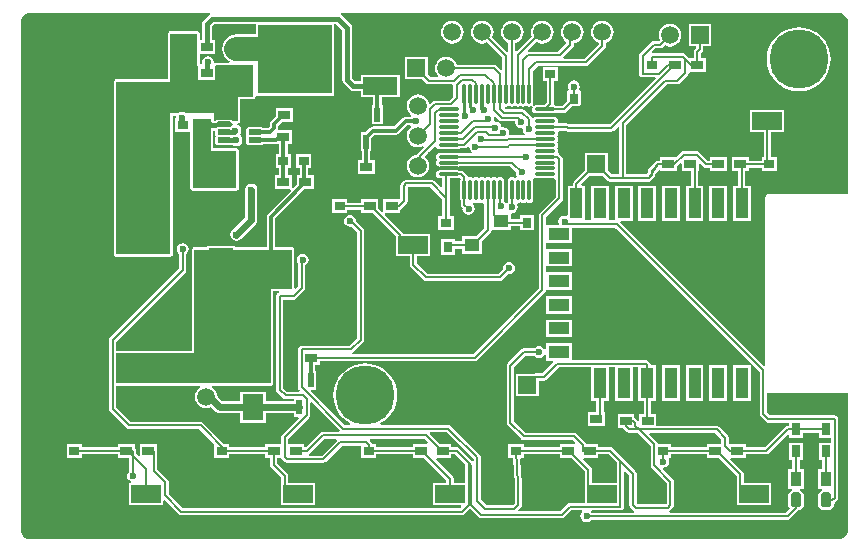
<source format=gtl>
G04*
G04 #@! TF.GenerationSoftware,Altium Limited,Altium Designer,20.0.13 (296)*
G04*
G04 Layer_Physical_Order=1*
G04 Layer_Color=255*
%FSLAX25Y25*%
%MOIN*%
G70*
G01*
G75*
%ADD12C,0.00787*%
%ADD14C,0.01000*%
%ADD21O,0.01100X0.07087*%
%ADD22O,0.07087X0.01100*%
%ADD23R,0.04000X0.03150*%
%ADD24R,0.03500X0.03000*%
%ADD25R,0.03000X0.03500*%
%ADD26R,0.06000X0.06000*%
%ADD27R,0.07087X0.04331*%
%ADD28R,0.04331X0.10236*%
%ADD29R,0.01968X0.04724*%
%ADD30R,0.06890X0.08661*%
%ADD31R,0.03150X0.04000*%
G04:AMPARAMS|DCode=32|XSize=50mil|YSize=35mil|CornerRadius=0mil|HoleSize=0mil|Usage=FLASHONLY|Rotation=270.000|XOffset=0mil|YOffset=0mil|HoleType=Round|Shape=Octagon|*
%AMOCTAGOND32*
4,1,8,-0.00875,-0.02500,0.00875,-0.02500,0.01750,-0.01625,0.01750,0.01625,0.00875,0.02500,-0.00875,0.02500,-0.01750,0.01625,-0.01750,-0.01625,-0.00875,-0.02500,0.0*
%
%ADD32OCTAGOND32*%

%ADD33R,0.03500X0.05000*%
%ADD34R,0.05118X0.04331*%
%ADD35R,0.09843X0.05906*%
%ADD36R,0.24500X0.23000*%
%ADD37R,0.11000X0.06000*%
%ADD38R,0.11500X0.06000*%
%ADD39O,0.14961X0.05118*%
%ADD40R,0.14961X0.05118*%
G04:AMPARAMS|DCode=41|XSize=43.31mil|YSize=17.72mil|CornerRadius=2.22mil|HoleSize=0mil|Usage=FLASHONLY|Rotation=180.000|XOffset=0mil|YOffset=0mil|HoleType=Round|Shape=RoundedRectangle|*
%AMROUNDEDRECTD41*
21,1,0.04331,0.01329,0,0,180.0*
21,1,0.03888,0.01772,0,0,180.0*
1,1,0.00443,-0.01944,0.00664*
1,1,0.00443,0.01944,0.00664*
1,1,0.00443,0.01944,-0.00664*
1,1,0.00443,-0.01944,-0.00664*
%
%ADD41ROUNDEDRECTD41*%
%ADD42R,0.07874X0.07874*%
%ADD72C,0.02362*%
%ADD73C,0.01181*%
%ADD74C,0.01575*%
%ADD75C,0.07874*%
%ADD76R,0.05906X0.05906*%
%ADD77C,0.05906*%
%ADD78R,0.05906X0.05906*%
%ADD79R,0.03937X0.03000*%
%ADD80C,0.19685*%
%ADD81O,0.08000X0.18000*%
%ADD82O,0.18000X0.08000*%
%ADD83C,0.02362*%
G36*
X179463Y364765D02*
X173000D01*
X171767Y364603D01*
X170617Y364127D01*
X169631Y363369D01*
X168873Y362383D01*
X168397Y361233D01*
X168235Y360000D01*
X168397Y358767D01*
X168873Y357617D01*
X169631Y356630D01*
X170617Y355873D01*
X170787Y355803D01*
X170688Y355303D01*
X166380D01*
X166262Y355279D01*
X166142Y355267D01*
X165959Y355210D01*
X165621Y355427D01*
X165501Y355554D01*
X165493Y355572D01*
X165354Y356268D01*
X164919Y356919D01*
X164268Y357354D01*
X163500Y357507D01*
X162732Y357354D01*
X162081Y356919D01*
X161646Y356268D01*
X161493Y355500D01*
X161549Y355220D01*
X161124Y354794D01*
X161013Y354806D01*
X161011Y354809D01*
X160930Y354930D01*
X160920Y354937D01*
X160913Y354946D01*
X160803Y355016D01*
Y358138D01*
X165937D01*
Y362862D01*
X164756D01*
Y367485D01*
X165665Y368394D01*
X179463D01*
Y364765D01*
D02*
G37*
G36*
X160000Y354500D02*
X160363Y354362D01*
Y349638D01*
X165937D01*
Y354362D01*
X166380Y354500D01*
X178500D01*
Y344000D01*
X173500D01*
Y336000D01*
X171668D01*
X171553Y336171D01*
X171219Y336394D01*
X170826Y336473D01*
X166938D01*
X166544Y336394D01*
X166211Y336171D01*
X166096Y336000D01*
X165500D01*
Y338500D01*
X156298D01*
X155768Y338854D01*
X155000Y339007D01*
X154232Y338854D01*
X153702Y338500D01*
X151000D01*
Y291500D01*
X133000D01*
Y349000D01*
X151000D01*
Y365000D01*
X160000D01*
Y354500D01*
D02*
G37*
G36*
X373768Y371874D02*
X374572Y371768D01*
X375321Y371458D01*
X375964Y370964D01*
X376458Y370321D01*
X376768Y369572D01*
X376874Y368768D01*
X376876D01*
Y311624D01*
X350500D01*
X350070Y311538D01*
X349705Y311295D01*
X349462Y310930D01*
X349376Y310500D01*
Y254380D01*
X348914Y254189D01*
X301028Y302075D01*
X301235Y302575D01*
X305083D01*
Y314386D01*
X299177D01*
Y302804D01*
X297209D01*
Y314386D01*
X291303D01*
Y302804D01*
X289335D01*
Y314386D01*
X288243D01*
X288051Y314848D01*
X290915Y317712D01*
X295084D01*
X296748Y316049D01*
X296748Y316049D01*
X297139Y315787D01*
X297599Y315696D01*
X297599Y315696D01*
X310400D01*
X310400Y315696D01*
X310505Y315717D01*
X310613Y315715D01*
X310734Y315762D01*
X310861Y315787D01*
X310950Y315847D01*
X311050Y315886D01*
X311144Y315976D01*
X311251Y316049D01*
X312351Y317148D01*
X312351Y317148D01*
X312613Y317539D01*
X312704Y318000D01*
Y318104D01*
X313736Y319586D01*
X314213Y319436D01*
Y319138D01*
X319787D01*
Y320606D01*
X319851Y320649D01*
X321051Y321848D01*
X321513Y321656D01*
Y319138D01*
X324548D01*
Y314386D01*
X322799D01*
Y302575D01*
X328705D01*
Y314386D01*
X326956D01*
Y319138D01*
X327087D01*
Y321656D01*
X327549Y321848D01*
X328748Y320649D01*
X328748Y320649D01*
X329139Y320387D01*
X329600Y320296D01*
X330913D01*
Y319138D01*
X336487D01*
Y323862D01*
X330913D01*
Y322704D01*
X330099D01*
X327252Y325552D01*
X326861Y325813D01*
X326400Y325904D01*
X326400Y325904D01*
X322200D01*
X321739Y325813D01*
X321349Y325552D01*
X321349Y325552D01*
X319659Y323862D01*
X314213D01*
Y322704D01*
X313600D01*
X313600Y322704D01*
X313495Y322683D01*
X313387Y322685D01*
X313266Y322638D01*
X313139Y322613D01*
X313050Y322553D01*
X312950Y322514D01*
X312856Y322424D01*
X312749Y322352D01*
X310648Y320251D01*
X310387Y319861D01*
X310296Y319400D01*
X310296Y319400D01*
Y318859D01*
X309771Y318104D01*
X303004D01*
Y334649D01*
X316551Y348196D01*
X320000D01*
X320000Y348196D01*
X320461Y348287D01*
X320851Y348549D01*
X323451Y351149D01*
X323451Y351149D01*
X323713Y351539D01*
X323742Y351688D01*
X323828Y352007D01*
X324268Y352138D01*
X329437D01*
Y356862D01*
X327854D01*
Y358501D01*
X328351Y358998D01*
X328613Y359389D01*
X328704Y359850D01*
Y360760D01*
X331240D01*
Y368240D01*
X323760D01*
Y360760D01*
X326081D01*
X326207Y360260D01*
X325799Y359852D01*
X325537Y359461D01*
X325446Y359000D01*
X325446Y359000D01*
Y356862D01*
X323941D01*
X322652Y358152D01*
X322261Y358413D01*
X321800Y358504D01*
X321800Y358504D01*
X311814D01*
X311607Y359004D01*
X312699Y360096D01*
X314300D01*
X314300Y360096D01*
X314761Y360187D01*
X315152Y360449D01*
X315842Y361139D01*
X316524Y360856D01*
X317500Y360728D01*
X318476Y360856D01*
X319386Y361233D01*
X320167Y361832D01*
X320767Y362614D01*
X321144Y363524D01*
X321272Y364500D01*
X321144Y365476D01*
X320767Y366386D01*
X320167Y367167D01*
X319386Y367767D01*
X318476Y368144D01*
X317500Y368272D01*
X316524Y368144D01*
X315614Y367767D01*
X314832Y367167D01*
X314233Y366386D01*
X313856Y365476D01*
X313728Y364500D01*
X313856Y363524D01*
X314139Y362842D01*
X313801Y362504D01*
X312200D01*
X312200Y362504D01*
X311739Y362413D01*
X311349Y362152D01*
X307648Y358452D01*
X307387Y358061D01*
X307296Y357600D01*
X307296Y357600D01*
Y351700D01*
X307387Y351239D01*
X307648Y350849D01*
X308039Y350587D01*
X308500Y350496D01*
X312564D01*
X312756Y350034D01*
X297495Y334773D01*
X283987D01*
X283664Y334989D01*
X283203Y335081D01*
X283203Y335081D01*
X280550D01*
X280208Y335581D01*
X280260Y335845D01*
X280156Y336367D01*
X279861Y336809D01*
X279418Y337105D01*
X278896Y337208D01*
X272910D01*
X272388Y337105D01*
X272128Y336931D01*
X271974Y336940D01*
X271600Y337039D01*
X271529Y337086D01*
X271352Y337351D01*
X269238Y339465D01*
X268847Y339726D01*
X268386Y339818D01*
X268386Y339818D01*
X262730D01*
X262381Y340222D01*
X262477Y340652D01*
X262547Y340696D01*
X262811Y340643D01*
X263333Y340747D01*
X263775Y341042D01*
X263815D01*
X264258Y340747D01*
X264780Y340643D01*
X265301Y340747D01*
X265356Y340783D01*
X265764Y341030D01*
X266172Y340783D01*
X266226Y340747D01*
X266748Y340643D01*
X267270Y340747D01*
X267324Y340783D01*
X267732Y341030D01*
X268140Y340783D01*
X268195Y340747D01*
X268717Y340643D01*
X269238Y340747D01*
X269293Y340783D01*
X269701Y341030D01*
X270109Y340783D01*
X270163Y340747D01*
X270685Y340643D01*
X271207Y340747D01*
X271421Y340890D01*
X271456Y340914D01*
X271817Y340553D01*
X271793Y340518D01*
X271650Y340304D01*
X271546Y339782D01*
X271650Y339260D01*
X271946Y338818D01*
X272388Y338522D01*
X272910Y338418D01*
X278896D01*
X279418Y338522D01*
X279502Y338578D01*
X282200D01*
X282200Y338578D01*
X282661Y338669D01*
X283051Y338930D01*
X284984Y340863D01*
X287787D01*
Y345937D01*
X287492D01*
X287224Y346437D01*
X287354Y346632D01*
X287507Y347400D01*
X287354Y348168D01*
X286919Y348819D01*
X286268Y349254D01*
X285500Y349407D01*
X284732Y349254D01*
X284081Y348819D01*
X283646Y348168D01*
X283493Y347400D01*
X283646Y346632D01*
X283776Y346437D01*
X283508Y345937D01*
X283213D01*
Y342497D01*
X281701Y340986D01*
X279502D01*
X279418Y341042D01*
X279234Y341078D01*
X278804Y341479D01*
X278804Y341479D01*
Y349213D01*
X280137D01*
Y353787D01*
X275063D01*
Y349213D01*
X276396D01*
Y341977D01*
X275564Y341145D01*
X272910D01*
X272388Y341042D01*
X272174Y340898D01*
X272139Y340875D01*
X271778Y341235D01*
X271802Y341271D01*
X271945Y341485D01*
X272049Y342007D01*
Y347993D01*
X271945Y348515D01*
X271889Y348598D01*
Y352686D01*
X273499Y354296D01*
X289500D01*
X289500Y354296D01*
X289961Y354387D01*
X290352Y354648D01*
X295851Y360149D01*
X295851Y360149D01*
X296113Y360539D01*
X296204Y361000D01*
Y361950D01*
X296886Y362233D01*
X297668Y362832D01*
X298267Y363614D01*
X298644Y364524D01*
X298772Y365500D01*
X298644Y366476D01*
X298267Y367386D01*
X297668Y368167D01*
X296886Y368767D01*
X295976Y369144D01*
X295000Y369272D01*
X294024Y369144D01*
X293114Y368767D01*
X292333Y368167D01*
X291733Y367386D01*
X291356Y366476D01*
X291228Y365500D01*
X291356Y364524D01*
X291733Y363614D01*
X292333Y362832D01*
X293114Y362233D01*
X293737Y361975D01*
X293786Y361489D01*
X289001Y356704D01*
X282114D01*
X281907Y357204D01*
X285218Y360515D01*
X285479Y360905D01*
X285570Y361366D01*
X285675Y361816D01*
X285976Y361856D01*
X286886Y362233D01*
X287667Y362832D01*
X288267Y363614D01*
X288644Y364524D01*
X288772Y365500D01*
X288644Y366476D01*
X288267Y367386D01*
X287667Y368167D01*
X286886Y368767D01*
X285976Y369144D01*
X285000Y369272D01*
X284024Y369144D01*
X283114Y368767D01*
X282332Y368167D01*
X281733Y367386D01*
X281356Y366476D01*
X281228Y365500D01*
X281356Y364524D01*
X281733Y363614D01*
X282332Y362832D01*
X283019Y362306D01*
X283059Y361833D01*
X283048Y361751D01*
X280251Y358954D01*
X270364D01*
X270192Y359229D01*
X270146Y359443D01*
X273013Y362310D01*
X273114Y362233D01*
X274024Y361856D01*
X275000Y361728D01*
X275976Y361856D01*
X276886Y362233D01*
X277667Y362832D01*
X278267Y363614D01*
X278644Y364524D01*
X278772Y365500D01*
X278644Y366476D01*
X278267Y367386D01*
X277667Y368167D01*
X276886Y368767D01*
X275976Y369144D01*
X275000Y369272D01*
X274024Y369144D01*
X273114Y368767D01*
X272333Y368167D01*
X271733Y367386D01*
X271356Y366476D01*
X271228Y365500D01*
X271356Y364524D01*
X271492Y364195D01*
X266506Y359209D01*
X266044Y359400D01*
Y361884D01*
X266886Y362233D01*
X267668Y362832D01*
X268267Y363614D01*
X268644Y364524D01*
X268772Y365500D01*
X268644Y366476D01*
X268267Y367386D01*
X267668Y368167D01*
X266886Y368767D01*
X265976Y369144D01*
X265000Y369272D01*
X264024Y369144D01*
X263114Y368767D01*
X262333Y368167D01*
X261733Y367386D01*
X261356Y366476D01*
X261228Y365500D01*
X261356Y364524D01*
X261733Y363614D01*
X262333Y362832D01*
X263114Y362233D01*
X263635Y362017D01*
Y359221D01*
X263173Y359030D01*
X258361Y363842D01*
X258644Y364524D01*
X258772Y365500D01*
X258644Y366476D01*
X258267Y367386D01*
X257667Y368167D01*
X256886Y368767D01*
X255976Y369144D01*
X255000Y369272D01*
X254024Y369144D01*
X253114Y368767D01*
X252332Y368167D01*
X251733Y367386D01*
X251356Y366476D01*
X251228Y365500D01*
X251356Y364524D01*
X251733Y363614D01*
X252332Y362832D01*
X253114Y362233D01*
X254024Y361856D01*
X255000Y361728D01*
X255976Y361856D01*
X256658Y362139D01*
X261607Y357190D01*
Y353250D01*
X261145Y353058D01*
X259852Y354351D01*
X259461Y354613D01*
X259000Y354704D01*
X259000Y354704D01*
X246550D01*
X246267Y355386D01*
X245668Y356168D01*
X244886Y356767D01*
X243976Y357144D01*
X243000Y357272D01*
X242024Y357144D01*
X241114Y356767D01*
X240333Y356168D01*
X239733Y355386D01*
X239356Y354476D01*
X239228Y353500D01*
X239356Y352524D01*
X239733Y351614D01*
X240150Y351070D01*
X239903Y350570D01*
X237633D01*
X236740Y351463D01*
Y357240D01*
X229260D01*
Y349760D01*
X235037D01*
X236282Y348515D01*
X236282Y348515D01*
X236673Y348254D01*
X237134Y348162D01*
X237134Y348162D01*
X244920D01*
X245203Y347817D01*
X245203Y347817D01*
Y343919D01*
X244001Y342717D01*
X239147D01*
X239147Y342717D01*
X238686Y342626D01*
X238295Y342365D01*
X238295Y342365D01*
X237632Y341702D01*
X237159Y341862D01*
X237144Y341976D01*
X236767Y342886D01*
X236168Y343668D01*
X235386Y344267D01*
X234476Y344644D01*
X233500Y344772D01*
X232524Y344644D01*
X231614Y344267D01*
X230833Y343668D01*
X230233Y342886D01*
X229856Y341976D01*
X229728Y341000D01*
X229856Y340024D01*
X230233Y339114D01*
X230833Y338333D01*
X231390Y337905D01*
X231220Y337405D01*
X229500D01*
X228962Y337298D01*
X228507Y336993D01*
X225658Y334145D01*
X218622D01*
X218084Y334038D01*
X217629Y333734D01*
X216044Y332150D01*
X214488D01*
Y325850D01*
X214855D01*
Y322862D01*
X213563D01*
Y318138D01*
X219137D01*
Y322862D01*
X217665D01*
Y325850D01*
X218031D01*
Y330163D01*
X219204Y331335D01*
X226240D01*
X226778Y331442D01*
X227234Y331747D01*
X230082Y334595D01*
X230973D01*
X231287Y334123D01*
X231232Y333974D01*
X230833Y333667D01*
X230233Y332886D01*
X229856Y331976D01*
X229728Y331000D01*
X229856Y330024D01*
X230233Y329114D01*
X230833Y328332D01*
X231614Y327733D01*
X232524Y327356D01*
X233500Y327228D01*
X234476Y327356D01*
X235278Y327688D01*
X235561Y327264D01*
X233534Y325237D01*
X233273Y324847D01*
X233252Y324740D01*
X232524Y324644D01*
X231614Y324267D01*
X230833Y323668D01*
X230233Y322886D01*
X229856Y321976D01*
X229728Y321000D01*
X229856Y320024D01*
X230233Y319114D01*
X230833Y318333D01*
X231614Y317733D01*
X232524Y317356D01*
X233500Y317228D01*
X234476Y317356D01*
X235386Y317733D01*
X236168Y318333D01*
X236767Y319114D01*
X237144Y320024D01*
X237272Y321000D01*
X237144Y321976D01*
X236767Y322886D01*
X236168Y323668D01*
X236017Y323783D01*
X235985Y324282D01*
X239100Y327397D01*
X239680Y327270D01*
X239856Y327007D01*
X240298Y326711D01*
X240820Y326607D01*
X246807D01*
X247328Y326711D01*
X247412Y326767D01*
X249000D01*
X249000Y326767D01*
X249461Y326858D01*
X249851Y327119D01*
X250173Y327440D01*
X250661Y327222D01*
X250783Y326607D01*
X251219Y325956D01*
X251545Y325738D01*
X251393Y325238D01*
X247412D01*
X247328Y325294D01*
X246807Y325397D01*
X240820D01*
X240298Y325294D01*
X239856Y324998D01*
X239560Y324556D01*
X239457Y324034D01*
X239560Y323512D01*
X239597Y323458D01*
X239844Y323050D01*
X239597Y322641D01*
X239560Y322587D01*
X239457Y322065D01*
X239560Y321544D01*
X239856Y321101D01*
X240298Y320806D01*
X240820Y320702D01*
X246807D01*
X247328Y320806D01*
X247412Y320861D01*
X264336D01*
X266143Y319054D01*
X266093Y318800D01*
X266246Y318032D01*
X266455Y317719D01*
X266226Y317163D01*
X266225Y317163D01*
X266172Y317127D01*
X265764Y316880D01*
X265356Y317127D01*
X265301Y317163D01*
X264780Y317267D01*
X264258Y317163D01*
X263815Y316868D01*
X263520Y316425D01*
X263416Y315903D01*
Y309917D01*
X263520Y309395D01*
X263575Y309312D01*
Y308763D01*
X263360Y308619D01*
X262920D01*
X262719Y308919D01*
X262073Y309351D01*
X262102Y309395D01*
X262206Y309917D01*
Y315903D01*
X262102Y316425D01*
X261807Y316868D01*
X261364Y317163D01*
X260843Y317267D01*
X260321Y317163D01*
X260266Y317127D01*
X259858Y316880D01*
X259450Y317127D01*
X259396Y317163D01*
X258874Y317267D01*
X258352Y317163D01*
X258298Y317127D01*
X257890Y316880D01*
X257482Y317127D01*
X257427Y317163D01*
X256906Y317267D01*
X256384Y317163D01*
X256329Y317127D01*
X255921Y316880D01*
X255513Y317127D01*
X255459Y317163D01*
X254937Y317267D01*
X254415Y317163D01*
X254361Y317127D01*
X253953Y316880D01*
X253545Y317127D01*
X253490Y317163D01*
X252969Y317267D01*
X252447Y317163D01*
X252392Y317127D01*
X251984Y316880D01*
X251576Y317127D01*
X251522Y317163D01*
X251000Y317267D01*
X250478Y317163D01*
X250147Y317543D01*
X250144Y317558D01*
X249883Y317948D01*
X249883Y317948D01*
X248851Y318980D01*
X248461Y319241D01*
X248000Y319333D01*
X248000Y319333D01*
X247412D01*
X247328Y319388D01*
X246807Y319492D01*
X240820D01*
X240298Y319388D01*
X239856Y319093D01*
X239560Y318650D01*
X239457Y318128D01*
X239560Y317607D01*
X239856Y317164D01*
X240298Y316869D01*
X240820Y316765D01*
X241696D01*
Y313961D01*
X241234Y313769D01*
X238951Y316052D01*
X238561Y316313D01*
X238100Y316404D01*
X238100Y316404D01*
X229700D01*
X229239Y316313D01*
X228849Y316052D01*
X228048Y315251D01*
X227787Y314861D01*
X227696Y314400D01*
X227696Y314400D01*
Y310317D01*
X227587Y309862D01*
X222013D01*
Y305823D01*
X221513Y305616D01*
X220287Y306841D01*
Y309862D01*
X214713D01*
Y308704D01*
X209937D01*
Y309787D01*
X204863D01*
Y305213D01*
X209937D01*
Y306296D01*
X214713D01*
Y305138D01*
X218584D01*
X226268Y297454D01*
Y297059D01*
X226268Y297059D01*
X226291Y296942D01*
Y290760D01*
X230796D01*
Y288000D01*
X230796Y288000D01*
X230887Y287539D01*
X231149Y287148D01*
X235349Y282948D01*
X235349Y282948D01*
X235739Y282687D01*
X236200Y282596D01*
X236200Y282596D01*
X260800D01*
X260800Y282596D01*
X261261Y282687D01*
X261651Y282948D01*
X263646Y284943D01*
X263900Y284893D01*
X264668Y285046D01*
X265319Y285481D01*
X265754Y286132D01*
X265907Y286900D01*
X265754Y287668D01*
X265319Y288319D01*
X264668Y288754D01*
X263900Y288907D01*
X263132Y288754D01*
X262481Y288319D01*
X262046Y287668D01*
X261893Y286900D01*
X261943Y286646D01*
X260301Y285004D01*
X236699D01*
X233204Y288499D01*
Y290760D01*
X237709D01*
Y298240D01*
X228620D01*
X228585Y298414D01*
X228324Y298804D01*
X222491Y304638D01*
X222698Y305138D01*
X227587D01*
Y306373D01*
X227661Y306387D01*
X228051Y306648D01*
X229751Y308348D01*
X229751Y308348D01*
X230013Y308739D01*
X230104Y309200D01*
Y313901D01*
X230199Y313996D01*
X237601D01*
X241696Y309901D01*
Y304287D01*
X240363D01*
Y299713D01*
X245437D01*
Y304287D01*
X244104D01*
Y310400D01*
X244104Y310400D01*
X244104Y310400D01*
Y316765D01*
X246807D01*
X247328Y316869D01*
X247412Y316924D01*
X247501D01*
X247827Y316598D01*
Y316509D01*
X247772Y316425D01*
X247668Y315903D01*
Y309917D01*
X247772Y309395D01*
X247827Y309312D01*
Y308068D01*
X247827Y308068D01*
X247919Y307608D01*
X248180Y307217D01*
X248443Y306954D01*
X248393Y306700D01*
X248546Y305932D01*
X248981Y305281D01*
X249632Y304846D01*
X250400Y304693D01*
X251168Y304846D01*
X251819Y305281D01*
X252254Y305932D01*
X252407Y306700D01*
X252254Y307468D01*
X251834Y308098D01*
X251823Y308159D01*
X251874Y308643D01*
X252191Y308815D01*
X252392Y308694D01*
X252447Y308657D01*
X252969Y308553D01*
X253490Y308657D01*
X253545Y308693D01*
X253953Y308941D01*
X254361Y308693D01*
X254415Y308657D01*
X254937Y308553D01*
X255201Y308606D01*
X255701Y308264D01*
Y300111D01*
X253144Y297553D01*
X248153D01*
Y295804D01*
X245787D01*
Y296437D01*
X241213D01*
Y291363D01*
X245787D01*
Y293396D01*
X248153D01*
Y291647D01*
X254847D01*
Y295850D01*
X257757Y298760D01*
X257757Y298760D01*
X258018Y299151D01*
X258097Y299547D01*
X264546D01*
Y300796D01*
X267713D01*
Y299463D01*
X272287D01*
Y304537D01*
X267713D01*
Y303204D01*
X264546D01*
Y305002D01*
X264780Y305193D01*
X265548Y305346D01*
X266199Y305781D01*
X266634Y306432D01*
X266787Y307200D01*
X266634Y307968D01*
X266558Y308081D01*
X266644Y308295D01*
X266833Y308570D01*
X267270Y308657D01*
X267324Y308694D01*
X267732Y308941D01*
X268140Y308694D01*
X268195Y308657D01*
X268717Y308553D01*
X269238Y308657D01*
X269293Y308693D01*
X269701Y308941D01*
X270109Y308693D01*
X270163Y308657D01*
X270685Y308553D01*
X271207Y308657D01*
X271649Y308953D01*
X271945Y309395D01*
X272049Y309917D01*
Y315903D01*
X271945Y316425D01*
X271778Y316675D01*
X272139Y317035D01*
X272388Y316869D01*
X272910Y316765D01*
X278896D01*
X278996Y316785D01*
X279496Y316374D01*
Y310699D01*
X274149Y305351D01*
X273887Y304961D01*
X273796Y304500D01*
X273796Y304500D01*
Y280099D01*
X251901Y258204D01*
X211879D01*
X211680Y258667D01*
X211686Y258704D01*
X212052Y258948D01*
X215251Y262148D01*
X215251Y262148D01*
X215513Y262539D01*
X215604Y263000D01*
Y299400D01*
X215513Y299861D01*
X215251Y300252D01*
X215251Y300252D01*
X212906Y302597D01*
X212907Y302600D01*
X212754Y303368D01*
X212319Y304019D01*
X211668Y304454D01*
X210900Y304607D01*
X210132Y304454D01*
X209481Y304019D01*
X209046Y303368D01*
X208893Y302600D01*
X209046Y301832D01*
X209481Y301181D01*
X210132Y300746D01*
X210900Y300593D01*
X211404Y300693D01*
X213196Y298901D01*
Y263499D01*
X210701Y261004D01*
X194800D01*
X194339Y260913D01*
X193948Y260651D01*
X193687Y260261D01*
X193596Y259800D01*
Y247157D01*
X193596Y247157D01*
X193687Y246696D01*
X193948Y246305D01*
X194087Y246166D01*
X193896Y245704D01*
X189899D01*
X188704Y246899D01*
Y276370D01*
X192074D01*
X192074Y276370D01*
X192535Y276462D01*
X192926Y276723D01*
X195651Y279449D01*
X195913Y279839D01*
X196004Y280300D01*
Y287835D01*
X196490Y288159D01*
X196925Y288811D01*
X197077Y289579D01*
X196925Y290347D01*
X196490Y290998D01*
X195838Y291433D01*
X195070Y291586D01*
X194302Y291433D01*
X193651Y290998D01*
X193216Y290347D01*
X193063Y289579D01*
X193216Y288811D01*
X193596Y288242D01*
Y280799D01*
X192803Y280006D01*
X192303Y280213D01*
Y293000D01*
X192242Y293307D01*
X192068Y293568D01*
X191807Y293742D01*
X191500Y293803D01*
X185905D01*
Y303418D01*
X195584Y313097D01*
X195611Y313138D01*
X198787D01*
Y317862D01*
X196905D01*
Y320213D01*
X198037D01*
Y324787D01*
X192963D01*
Y320213D01*
X194095D01*
Y317862D01*
X193213D01*
Y314700D01*
X191987Y313474D01*
X191487Y313681D01*
Y317862D01*
X190105D01*
Y320213D01*
X191137D01*
Y324787D01*
X190105D01*
Y328138D01*
X191487D01*
Y332862D01*
X187287D01*
X186878Y333362D01*
X186905Y333500D01*
Y334343D01*
X188199Y335638D01*
X191787D01*
Y340362D01*
X186213D01*
Y337625D01*
X184506Y335919D01*
X184202Y335463D01*
X184095Y334925D01*
Y334082D01*
X183638Y333625D01*
X181770D01*
X181456Y333835D01*
X181062Y333913D01*
X177174D01*
X176781Y333835D01*
X176447Y333612D01*
X176224Y333278D01*
X176146Y332885D01*
Y331556D01*
X176224Y331162D01*
X176372Y330941D01*
X176224Y330719D01*
X176146Y330326D01*
Y328997D01*
X176224Y328603D01*
X176447Y328270D01*
X176781Y328047D01*
X177174Y327968D01*
X181062D01*
X181456Y328047D01*
X181770Y328256D01*
X185913D01*
Y328138D01*
X187295D01*
Y324787D01*
X186063D01*
Y320213D01*
X187295D01*
Y317862D01*
X185913D01*
Y313138D01*
X190944D01*
X191151Y312638D01*
X183507Y304993D01*
X183202Y304538D01*
X183095Y304000D01*
Y293803D01*
X172724D01*
Y294224D01*
X163276D01*
Y293803D01*
X159000D01*
X158693Y293742D01*
X158432Y293568D01*
X158258Y293307D01*
X158197Y293000D01*
Y259303D01*
X133004D01*
Y262401D01*
X155951Y285349D01*
X155951Y285349D01*
X156213Y285739D01*
X156304Y286200D01*
X156304Y286200D01*
Y291637D01*
X156519Y291781D01*
X156954Y292432D01*
X157107Y293200D01*
X156954Y293968D01*
X156519Y294619D01*
X155868Y295054D01*
X155100Y295207D01*
X154332Y295054D01*
X153681Y294619D01*
X153246Y293968D01*
X153093Y293200D01*
X153246Y292432D01*
X153681Y291781D01*
X153896Y291637D01*
Y286699D01*
X130948Y263752D01*
X130687Y263361D01*
X130596Y262900D01*
X130596Y262900D01*
Y240000D01*
X130596Y240000D01*
X130687Y239539D01*
X130948Y239148D01*
X136449Y233648D01*
X136449Y233648D01*
X136839Y233387D01*
X137300Y233296D01*
X160601D01*
X165245Y228652D01*
X165539Y228294D01*
X165539D01*
X165539Y228294D01*
Y223719D01*
X170614D01*
Y224796D01*
X182682D01*
Y223638D01*
X184265D01*
Y221253D01*
X184265Y221253D01*
X184357Y220792D01*
X184618Y220402D01*
X184618Y220402D01*
X187893Y217126D01*
Y214059D01*
X187893Y214059D01*
X187916Y213942D01*
Y207760D01*
X199334D01*
Y215240D01*
X190302D01*
Y217625D01*
X190302Y217625D01*
X190210Y218086D01*
X189949Y218477D01*
X189949Y218477D01*
X186674Y221752D01*
Y223638D01*
X187968D01*
X187987Y223539D01*
X188249Y223148D01*
X189049Y222348D01*
X189439Y222087D01*
X189900Y221996D01*
X202000D01*
X202000Y221996D01*
X202461Y222087D01*
X202852Y222348D01*
X208199Y227696D01*
X214616D01*
Y223719D01*
X219691D01*
Y224802D01*
X231759D01*
Y223638D01*
X235631D01*
X243046Y216223D01*
Y215240D01*
X238541D01*
Y207760D01*
X247803D01*
X247995Y207298D01*
X247601Y206904D01*
X155199D01*
X150404Y211699D01*
Y215700D01*
X150404Y215700D01*
X150313Y216161D01*
X150051Y216551D01*
X146704Y219899D01*
Y226000D01*
X146613Y226461D01*
X146480Y226659D01*
Y228362D01*
X140905D01*
Y224323D01*
X140405Y224116D01*
X139704Y224817D01*
Y226000D01*
X139613Y226461D01*
X139351Y226852D01*
X139180Y226966D01*
Y228362D01*
X133605D01*
Y227211D01*
X121537D01*
Y228294D01*
X116463D01*
Y223719D01*
X121537D01*
Y224802D01*
X133605D01*
Y223638D01*
X137296D01*
Y219163D01*
X137081Y219019D01*
X136646Y218368D01*
X136493Y217600D01*
X136646Y216832D01*
X137081Y216181D01*
X137732Y215746D01*
X137760Y215740D01*
X137711Y215240D01*
X137291D01*
Y207760D01*
X148709D01*
Y209335D01*
X149171Y209526D01*
X153849Y204849D01*
X153849Y204849D01*
X154239Y204587D01*
X154700Y204496D01*
X248100D01*
X248100Y204496D01*
X248561Y204587D01*
X248952Y204849D01*
X250893Y206790D01*
X253849Y203834D01*
X253849Y203834D01*
X254239Y203573D01*
X254700Y203482D01*
X254700Y203482D01*
X281520D01*
X281520Y203482D01*
X281981Y203573D01*
X282371Y203834D01*
X284699Y206162D01*
X288225D01*
X288377Y205662D01*
X288313Y205619D01*
X287878Y204968D01*
X287725Y204200D01*
X287878Y203432D01*
X288313Y202781D01*
X288964Y202346D01*
X289732Y202193D01*
X290500Y202346D01*
X291152Y202781D01*
X291295Y202996D01*
X356800D01*
X356800Y202996D01*
X357261Y203087D01*
X357651Y203348D01*
X360377Y206074D01*
X360469Y206212D01*
X360794D01*
X362063Y207481D01*
Y211518D01*
X360869Y212712D01*
X360975Y213212D01*
X362063D01*
Y219787D01*
X360730D01*
Y223063D01*
X361862D01*
Y228637D01*
X357138D01*
Y223063D01*
X358321D01*
Y219787D01*
X356988D01*
Y213212D01*
X358076D01*
X358182Y212712D01*
X356988Y211518D01*
Y207481D01*
X357683Y206786D01*
X356301Y205404D01*
X317479D01*
X317280Y205867D01*
X317286Y205904D01*
X317652Y206149D01*
X318551Y207049D01*
X318551Y207049D01*
X318813Y207439D01*
X318904Y207900D01*
Y215700D01*
X318813Y216161D01*
X318551Y216551D01*
X318551Y216551D01*
X315150Y219953D01*
X315399Y220411D01*
X316075Y220546D01*
X316726Y220981D01*
X317161Y221632D01*
X317314Y222400D01*
X317161Y223168D01*
X317088Y223278D01*
X317324Y223719D01*
X317845D01*
Y224802D01*
X329913D01*
Y223638D01*
X333784D01*
X339768Y217654D01*
Y214059D01*
X339768Y214059D01*
X339791Y213942D01*
Y207760D01*
X351209D01*
Y215240D01*
X342177D01*
Y218152D01*
X342177Y218153D01*
X342085Y218613D01*
X341824Y219004D01*
X341824Y219004D01*
X337690Y223138D01*
X337897Y223638D01*
X342787D01*
Y224796D01*
X349700D01*
X349700Y224796D01*
X350161Y224887D01*
X350552Y225149D01*
X356676Y231273D01*
X357138Y231082D01*
Y230363D01*
X361862D01*
Y231946D01*
X367138D01*
Y230363D01*
X371296D01*
Y228637D01*
X367138D01*
Y223063D01*
X368321D01*
Y219787D01*
X366988D01*
Y213212D01*
X368076D01*
X368182Y212712D01*
X366988Y211518D01*
Y207481D01*
X368257Y206212D01*
X370794D01*
X372063Y207481D01*
Y208389D01*
X372451Y208648D01*
X373352Y209548D01*
X373352Y209548D01*
X373613Y209939D01*
X373704Y210400D01*
X373704Y210400D01*
Y236600D01*
X373613Y237061D01*
X373352Y237452D01*
X372961Y237713D01*
X372500Y237804D01*
X350799D01*
X349804Y238799D01*
Y245083D01*
X350304Y245415D01*
X350500Y245376D01*
X376876D01*
Y199732D01*
X376874D01*
X376768Y198928D01*
X376458Y198179D01*
X375964Y197536D01*
X375321Y197042D01*
X374572Y196732D01*
X373768Y196626D01*
Y196624D01*
X104232D01*
Y196626D01*
X103428Y196732D01*
X102679Y197042D01*
X102036Y197536D01*
X101542Y198179D01*
X101232Y198928D01*
X101126Y199732D01*
X101124D01*
Y368768D01*
X101126D01*
X101232Y369572D01*
X101542Y370321D01*
X102036Y370964D01*
X102679Y371458D01*
X103428Y371768D01*
X104232Y371874D01*
Y371876D01*
X164073D01*
X164225Y371376D01*
X163865Y371135D01*
X163865Y371135D01*
X162015Y369285D01*
X161667Y368764D01*
X161544Y368150D01*
X161544Y368150D01*
Y362862D01*
X160803D01*
Y365000D01*
X160742Y365307D01*
X160568Y365568D01*
X160307Y365742D01*
X160000Y365803D01*
X151000D01*
X150693Y365742D01*
X150432Y365568D01*
X150258Y365307D01*
X150197Y365000D01*
Y349803D01*
X133000D01*
X132693Y349742D01*
X132432Y349568D01*
X132258Y349307D01*
X132197Y349000D01*
Y291500D01*
X132258Y291193D01*
X132432Y290932D01*
X132693Y290758D01*
X133000Y290697D01*
X151000D01*
X151307Y290758D01*
X151568Y290932D01*
X151742Y291193D01*
X151803Y291500D01*
Y337697D01*
X152737D01*
X153055Y337311D01*
X152993Y337000D01*
X152819Y336787D01*
X152563D01*
Y332213D01*
X157637D01*
X157697Y331737D01*
Y313500D01*
X157758Y313193D01*
X157932Y312932D01*
X158193Y312758D01*
X158500Y312697D01*
X173000D01*
X173307Y312758D01*
X173568Y312932D01*
X173742Y313193D01*
X173803Y313500D01*
Y326000D01*
X173742Y326307D01*
X173568Y326568D01*
X173307Y326742D01*
X173000Y326803D01*
X165303D01*
Y332697D01*
X165909D01*
Y331556D01*
X165988Y331162D01*
X166136Y330941D01*
X165988Y330719D01*
X165909Y330326D01*
Y328997D01*
X165988Y328603D01*
X166211Y328270D01*
X166544Y328047D01*
X166938Y327968D01*
X168925D01*
X168980Y327957D01*
X171765D01*
X172232Y327646D01*
X173000Y327493D01*
X173768Y327646D01*
X174419Y328081D01*
X174854Y328732D01*
X175007Y329500D01*
X174854Y330268D01*
X174419Y330919D01*
X174301Y331574D01*
X174514Y331891D01*
X174667Y332659D01*
X174514Y333428D01*
X174079Y334079D01*
X173427Y334514D01*
X173306Y334538D01*
X173251Y334697D01*
X173391Y334979D01*
X173600Y335217D01*
X173807Y335258D01*
X174068Y335432D01*
X174242Y335693D01*
X174303Y336000D01*
Y343197D01*
X178500D01*
X178807Y343258D01*
X179068Y343432D01*
X179242Y343693D01*
X179262Y343796D01*
X179463Y344213D01*
X205537D01*
Y368394D01*
X206335D01*
X208394Y366335D01*
Y349500D01*
X208394Y349500D01*
X208517Y348885D01*
X208865Y348365D01*
X210820Y346409D01*
X211341Y346061D01*
X211955Y345939D01*
X211955Y345939D01*
X214475D01*
Y343757D01*
X218595D01*
Y341150D01*
X218228D01*
Y334850D01*
X221772D01*
Y341150D01*
X221405D01*
Y343757D01*
X227550D01*
Y351332D01*
X214475D01*
Y349150D01*
X212620D01*
X211606Y350165D01*
Y367000D01*
X211606Y367000D01*
X211483Y367615D01*
X211135Y368135D01*
X208135Y371135D01*
X207775Y371376D01*
X207927Y371876D01*
X373768D01*
Y371874D01*
D02*
G37*
G36*
X300596Y333815D02*
Y318104D01*
X298098D01*
X296787Y319415D01*
Y325287D01*
X289212D01*
Y319415D01*
X285530Y315733D01*
X285269Y315342D01*
X285178Y314882D01*
X285178Y314882D01*
Y314386D01*
X283429D01*
Y304636D01*
X282929Y304302D01*
X282400Y304407D01*
X281632Y304254D01*
X280981Y303819D01*
X280546Y303168D01*
X280393Y302400D01*
X280533Y301697D01*
X280453Y301459D01*
X280313Y301197D01*
X276204D01*
Y304001D01*
X281552Y309349D01*
X281552Y309349D01*
X281813Y309739D01*
X281904Y310200D01*
X281904Y310200D01*
Y323200D01*
X281813Y323661D01*
X281552Y324051D01*
X280718Y324885D01*
X280470Y325051D01*
X280156Y325481D01*
X280260Y326002D01*
X280156Y326524D01*
X280120Y326578D01*
X279873Y326987D01*
X280120Y327395D01*
X280156Y327449D01*
X280260Y327971D01*
X280156Y328493D01*
X280120Y328547D01*
X279873Y328955D01*
X280120Y329363D01*
X280156Y329418D01*
X280260Y329939D01*
X280156Y330461D01*
X280120Y330516D01*
X279873Y330924D01*
X280120Y331332D01*
X280156Y331386D01*
X280260Y331908D01*
X280207Y332172D01*
X280550Y332672D01*
X282727D01*
X283050Y332456D01*
X283511Y332365D01*
X283511Y332365D01*
X297994D01*
X297994Y332365D01*
X298455Y332456D01*
X298845Y332717D01*
X300134Y334006D01*
X300596Y333815D01*
D02*
G37*
G36*
X260648Y336149D02*
X260648Y336149D01*
X261039Y335887D01*
X261500Y335796D01*
X265750D01*
X265993Y335500D01*
X266146Y334732D01*
X266581Y334081D01*
X267232Y333646D01*
X268000Y333493D01*
X268146Y333522D01*
X268428Y333240D01*
X268503Y333083D01*
X268646Y332367D01*
X269081Y331716D01*
X269189Y331644D01*
X269037Y331144D01*
X264258D01*
X263941Y331530D01*
X264007Y331862D01*
X263854Y332630D01*
X263419Y333281D01*
X262768Y333717D01*
X262000Y333869D01*
X261362Y333742D01*
X261216Y334472D01*
X260781Y335123D01*
X260130Y335558D01*
X259362Y335711D01*
X259360Y335711D01*
X258935Y336136D01*
X259007Y336500D01*
X258862Y337228D01*
X258885Y337257D01*
X259423Y337374D01*
X260648Y336149D01*
D02*
G37*
G36*
X164697Y336000D02*
X164758Y335693D01*
X164932Y335432D01*
X165193Y335258D01*
X165500Y335197D01*
X166096D01*
X166174Y335213D01*
X166253D01*
X166326Y335243D01*
X166403Y335258D01*
X166469Y335302D01*
X166542Y335332D01*
X166598Y335388D01*
X166664Y335432D01*
X166708Y335498D01*
X166764Y335554D01*
X166789Y335593D01*
X166858Y335638D01*
X166917Y335650D01*
X166938Y335646D01*
X170826D01*
X170847Y335650D01*
X170906Y335638D01*
X170974Y335593D01*
X171000Y335554D01*
X171056Y335498D01*
X171100Y335432D01*
X171166Y335388D01*
X171221Y335332D01*
X171294Y335302D01*
X171360Y335258D01*
X171438Y335243D01*
X171511Y335213D01*
X171956Y335015D01*
X171991Y334534D01*
X171891Y334514D01*
X171240Y334079D01*
X171137Y333925D01*
X168980D01*
X168924Y333913D01*
X166938D01*
X166544Y333835D01*
X166211Y333612D01*
X166136Y333500D01*
X164500D01*
Y326000D01*
X173000D01*
Y313500D01*
X158500D01*
Y336500D01*
X164697D01*
Y336000D01*
D02*
G37*
G36*
X276146Y257818D02*
Y255921D01*
X278511D01*
X278718Y255421D01*
X275060Y251763D01*
X272559D01*
X272443Y251740D01*
X266260D01*
Y244260D01*
X273740D01*
Y249355D01*
X275559D01*
X275559Y249355D01*
X276020Y249446D01*
X276411Y249708D01*
X280499Y253796D01*
X291303D01*
Y242732D01*
X293052D01*
Y238862D01*
X290213D01*
Y234138D01*
X295787D01*
Y238862D01*
X295460D01*
Y242732D01*
X297209D01*
Y253796D01*
X299177D01*
Y242732D01*
X305083D01*
Y253796D01*
X307051D01*
Y242732D01*
X308800D01*
Y238362D01*
X307363D01*
Y236187D01*
X306863Y236035D01*
X306852Y236052D01*
X306051Y236852D01*
X305661Y237113D01*
X305637Y237117D01*
Y238362D01*
X300063D01*
Y233638D01*
X301889D01*
X301948Y233548D01*
X303149Y232348D01*
X303149Y232348D01*
X303539Y232087D01*
X304000Y231996D01*
X304000Y231996D01*
X306701D01*
X311096Y227601D01*
Y221100D01*
X311096Y221100D01*
X311187Y220639D01*
X311449Y220249D01*
X316496Y215201D01*
Y208399D01*
X316301Y208204D01*
X306699D01*
X306404Y208499D01*
Y218400D01*
X306404Y218400D01*
X306313Y218861D01*
X306051Y219251D01*
X306051Y219251D01*
X301852Y223451D01*
X301852Y223451D01*
X298451Y226852D01*
X298061Y227113D01*
X297600Y227204D01*
X297600Y227204D01*
X293711D01*
Y228362D01*
X289745D01*
X289551Y228651D01*
X286551Y231651D01*
X286161Y231913D01*
X285700Y232004D01*
X285700Y232004D01*
X269299D01*
X265504Y235799D01*
Y253901D01*
X269299Y257696D01*
X272337D01*
X272481Y257481D01*
X273132Y257046D01*
X273900Y256893D01*
X274668Y257046D01*
X275319Y257481D01*
X275646Y257969D01*
X276146Y257818D01*
D02*
G37*
G36*
X191500Y280000D02*
X184500D01*
Y248500D01*
X133004D01*
Y258500D01*
X159000D01*
Y293000D01*
X191500D01*
Y280000D01*
D02*
G37*
G36*
X187157Y278697D02*
X187105Y278687D01*
X186715Y278426D01*
X186648Y278360D01*
X186387Y277969D01*
X186296Y277508D01*
X186296Y277508D01*
Y246400D01*
X186296Y246400D01*
X186387Y245939D01*
X186648Y245549D01*
X188549Y243649D01*
X188549Y243649D01*
X188939Y243387D01*
X189400Y243296D01*
X189400Y243296D01*
X192228D01*
Y242507D01*
X182732D01*
Y245563D01*
X174268D01*
Y242452D01*
X168345D01*
X166769Y244029D01*
X166644Y244976D01*
X166267Y245886D01*
X165667Y246668D01*
X164977Y247197D01*
X165043Y247569D01*
X165109Y247697D01*
X184500D01*
X184807Y247758D01*
X185068Y247932D01*
X185242Y248193D01*
X185303Y248500D01*
Y279197D01*
X187107D01*
X187157Y278697D01*
D02*
G37*
G36*
X207449Y232804D02*
X207242Y232304D01*
X201800D01*
X201800Y232304D01*
X201339Y232213D01*
X200949Y231951D01*
X196201Y227204D01*
X195557D01*
Y228362D01*
X190304D01*
Y230001D01*
X197352Y237049D01*
X197613Y237439D01*
X197704Y237900D01*
X197704Y237900D01*
Y241896D01*
X198166Y242087D01*
X207449Y232804D01*
D02*
G37*
G36*
X334696Y229901D02*
Y228362D01*
X329913D01*
Y227211D01*
X317845D01*
Y228294D01*
X313466D01*
X313413Y228561D01*
X313152Y228952D01*
X310569Y231534D01*
X310761Y231996D01*
X332601D01*
X334696Y229901D01*
D02*
G37*
G36*
X236835Y228862D02*
X236628Y228362D01*
X231759D01*
Y227211D01*
X219691D01*
Y228294D01*
X218299D01*
X218266Y228461D01*
X218005Y228852D01*
X218005Y228852D01*
X217461Y229396D01*
X217668Y229896D01*
X235801D01*
X236835Y228862D01*
D02*
G37*
G36*
X344796Y254901D02*
X344446Y254543D01*
X343955Y254543D01*
X338547D01*
Y242732D01*
X344453D01*
Y254043D01*
X344453Y254537D01*
X344811Y254886D01*
X347396Y252301D01*
Y238300D01*
X347396Y238300D01*
X347487Y237839D01*
X347748Y237449D01*
X349448Y235749D01*
X349448Y235749D01*
X349839Y235487D01*
X350300Y235396D01*
X357138D01*
Y234717D01*
X356850Y234354D01*
X356389Y234263D01*
X355998Y234001D01*
X355998Y234001D01*
X349201Y227204D01*
X342787D01*
Y228362D01*
X337213D01*
X337104Y228817D01*
Y230400D01*
X337104Y230400D01*
X337013Y230861D01*
X336752Y231252D01*
X336752Y231252D01*
X333951Y234051D01*
X333561Y234313D01*
X333100Y234404D01*
X333100Y234404D01*
X312937D01*
Y238362D01*
X311208D01*
Y242732D01*
X312957D01*
Y254543D01*
X311207D01*
X311117Y255000D01*
X310856Y255390D01*
X310856Y255390D01*
X310394Y255852D01*
X310004Y256113D01*
X309543Y256204D01*
X309543Y256204D01*
X284807D01*
Y261827D01*
X276146D01*
Y259982D01*
X275646Y259831D01*
X275319Y260319D01*
X274668Y260754D01*
X273900Y260907D01*
X273132Y260754D01*
X272481Y260319D01*
X272337Y260104D01*
X268800D01*
X268339Y260013D01*
X267949Y259752D01*
X263449Y255252D01*
X263187Y254861D01*
X263096Y254400D01*
X263096Y254400D01*
Y235300D01*
X263096Y235300D01*
X263187Y234839D01*
X263449Y234449D01*
X267949Y229948D01*
X268339Y229687D01*
X268800Y229596D01*
X285201D01*
X285935Y228862D01*
X285728Y228362D01*
X280836D01*
Y227211D01*
X268768D01*
Y228294D01*
X263693D01*
Y223719D01*
X265182D01*
X265796Y214889D01*
Y208499D01*
X265101Y207804D01*
X256499D01*
X254504Y209799D01*
Y223800D01*
X254504Y223800D01*
X254413Y224261D01*
X254152Y224652D01*
X244551Y234251D01*
X244161Y234513D01*
X243700Y234604D01*
X243700Y234604D01*
X221153D01*
X221012Y235104D01*
X222267Y235874D01*
X223540Y236960D01*
X224626Y238233D01*
X225501Y239659D01*
X226141Y241205D01*
X226532Y242832D01*
X226663Y244500D01*
X226532Y246168D01*
X226141Y247795D01*
X225501Y249341D01*
X224626Y250767D01*
X223540Y252040D01*
X222267Y253126D01*
X220841Y254001D01*
X219295Y254641D01*
X217668Y255031D01*
X216000Y255163D01*
X214332Y255031D01*
X212705Y254641D01*
X211159Y254001D01*
X209733Y253126D01*
X208460Y252040D01*
X207374Y250767D01*
X206499Y249341D01*
X205859Y247795D01*
X205469Y246168D01*
X205337Y244500D01*
X205469Y242832D01*
X205859Y241205D01*
X206499Y239659D01*
X207374Y238233D01*
X208460Y236960D01*
X209733Y235874D01*
X210988Y235104D01*
X210847Y234604D01*
X209055D01*
X197771Y245888D01*
X197963Y246350D01*
X199512D01*
Y252650D01*
X199145D01*
Y254638D01*
X200787D01*
Y255796D01*
X252400D01*
X252400Y255796D01*
X252861Y255887D01*
X253252Y256149D01*
X275851Y278748D01*
X275851Y278748D01*
X276113Y279139D01*
X276193Y279543D01*
X284807D01*
Y285449D01*
X276204D01*
Y287417D01*
X284807D01*
Y293323D01*
X276204D01*
Y295291D01*
X284807D01*
Y300396D01*
X299301D01*
X344796Y254901D01*
D02*
G37*
G36*
X160957Y247569D02*
X161023Y247197D01*
X160333Y246668D01*
X159733Y245886D01*
X159356Y244976D01*
X159228Y244000D01*
X159356Y243024D01*
X159733Y242114D01*
X160333Y241333D01*
X161114Y240733D01*
X162024Y240356D01*
X163000Y240228D01*
X163976Y240356D01*
X164533Y240587D01*
X166095Y239026D01*
X166746Y238591D01*
X167514Y238438D01*
X174268D01*
Y235327D01*
X182732D01*
Y238493D01*
X192228D01*
Y237350D01*
X193594D01*
X193785Y236889D01*
X188249Y231351D01*
X187987Y230961D01*
X187896Y230500D01*
X187896Y230500D01*
Y228362D01*
X182682D01*
Y227204D01*
X170614D01*
Y228294D01*
X169009D01*
X161951Y235351D01*
X161561Y235613D01*
X161100Y235704D01*
X161100Y235704D01*
X137799D01*
X133004Y240499D01*
Y247697D01*
X160891D01*
X160957Y247569D01*
D02*
G37*
G36*
X206493Y229396D02*
X201501Y224404D01*
X197379D01*
X197180Y224867D01*
X197186Y224904D01*
X197552Y225149D01*
X202299Y229896D01*
X206286D01*
X206493Y229396D01*
D02*
G37*
G36*
X252096Y223301D02*
Y222661D01*
X251634Y222469D01*
X251252Y222851D01*
X251252Y222851D01*
X247252Y226852D01*
X246861Y227113D01*
X246400Y227204D01*
X246400Y227204D01*
X244634D01*
Y228362D01*
X240741D01*
X237407Y231696D01*
X237614Y232196D01*
X243201D01*
X252096Y223301D01*
D02*
G37*
G36*
X299796Y222101D02*
Y215240D01*
X291552D01*
Y219701D01*
X291460Y220162D01*
X291199Y220552D01*
X291199Y220552D01*
X288614Y223138D01*
X288821Y223638D01*
X293711D01*
Y224796D01*
X297101D01*
X299796Y222101D01*
D02*
G37*
G36*
X249196Y221501D02*
Y215240D01*
X245454D01*
Y216722D01*
X245454Y216722D01*
X245363Y217182D01*
X245101Y217573D01*
X239537Y223138D01*
X239744Y223638D01*
X244634D01*
Y224796D01*
X245901D01*
X249196Y221501D01*
D02*
G37*
G36*
X280836Y223638D02*
X284707D01*
X289143Y219202D01*
Y214059D01*
X289143Y214059D01*
X289166Y213942D01*
Y208570D01*
X284200D01*
X284200Y208570D01*
X283739Y208479D01*
X283348Y208218D01*
X283348Y208218D01*
X281021Y205890D01*
X267246D01*
X267055Y206352D01*
X267851Y207149D01*
X268113Y207539D01*
X268204Y208000D01*
X268204Y208000D01*
Y214930D01*
X268196Y214972D01*
X268201Y215014D01*
X267622Y223353D01*
X267963Y223719D01*
X268768D01*
Y224802D01*
X280836D01*
Y223638D01*
D02*
G37*
G36*
X303996Y217901D02*
Y208000D01*
X303996Y208000D01*
X304087Y207539D01*
X304348Y207149D01*
X305348Y206149D01*
X305348Y206149D01*
X305714Y205904D01*
X305720Y205867D01*
X305521Y205404D01*
X291474D01*
X291278Y205662D01*
X291509Y206162D01*
X301000D01*
X301461Y206253D01*
X301852Y206515D01*
X302113Y206905D01*
X302204Y207366D01*
Y219039D01*
X302666Y219231D01*
X303996Y217901D01*
D02*
G37*
%LPC*%
G36*
X245000Y369272D02*
X244024Y369144D01*
X243114Y368767D01*
X242333Y368167D01*
X241733Y367386D01*
X241356Y366476D01*
X241228Y365500D01*
X241356Y364524D01*
X241733Y363614D01*
X242333Y362832D01*
X243114Y362233D01*
X244024Y361856D01*
X245000Y361728D01*
X245976Y361856D01*
X246886Y362233D01*
X247668Y362832D01*
X248267Y363614D01*
X248644Y364524D01*
X248772Y365500D01*
X248644Y366476D01*
X248267Y367386D01*
X247668Y368167D01*
X246886Y368767D01*
X245976Y369144D01*
X245000Y369272D01*
D02*
G37*
G36*
X360500Y367163D02*
X358832Y367032D01*
X357205Y366641D01*
X355659Y366001D01*
X354233Y365126D01*
X352960Y364040D01*
X351874Y362767D01*
X350999Y361341D01*
X350359Y359795D01*
X349969Y358168D01*
X349837Y356500D01*
X349969Y354832D01*
X350359Y353205D01*
X350999Y351659D01*
X351874Y350233D01*
X352960Y348960D01*
X354233Y347874D01*
X355659Y346999D01*
X357205Y346359D01*
X358832Y345969D01*
X360500Y345837D01*
X362168Y345969D01*
X363795Y346359D01*
X365341Y346999D01*
X366767Y347874D01*
X368040Y348960D01*
X369126Y350233D01*
X370001Y351659D01*
X370641Y353205D01*
X371031Y354832D01*
X371163Y356500D01*
X371031Y358168D01*
X370641Y359795D01*
X370001Y361341D01*
X369126Y362767D01*
X368040Y364040D01*
X366767Y365126D01*
X365341Y366001D01*
X363795Y366641D01*
X362168Y367032D01*
X360500Y367163D01*
D02*
G37*
G36*
X355709Y339740D02*
X344291D01*
Y332260D01*
X348796D01*
Y323787D01*
X348063D01*
Y322704D01*
X343787D01*
Y323862D01*
X338213D01*
Y319138D01*
X340296D01*
Y314386D01*
X338547D01*
Y302575D01*
X344453D01*
Y314386D01*
X342704D01*
Y319138D01*
X343787D01*
Y320296D01*
X348063D01*
Y319213D01*
X353137D01*
Y323787D01*
X351204D01*
Y332260D01*
X355709D01*
Y339740D01*
D02*
G37*
G36*
X336579Y314386D02*
X330673D01*
Y302575D01*
X336579D01*
Y314386D01*
D02*
G37*
G36*
X320831D02*
X314925D01*
Y302575D01*
X320831D01*
Y314386D01*
D02*
G37*
G36*
X312957D02*
X307051D01*
Y302575D01*
X312957D01*
Y314386D01*
D02*
G37*
G36*
X178000Y315007D02*
X177232Y314854D01*
X176581Y314419D01*
X176146Y313768D01*
X175993Y313000D01*
Y303831D01*
X171581Y299419D01*
X171146Y298768D01*
X170993Y298000D01*
X171146Y297232D01*
X171581Y296581D01*
X172232Y296146D01*
X173000Y295993D01*
X173768Y296146D01*
X174419Y296581D01*
X179419Y301581D01*
X179854Y302232D01*
X180007Y303000D01*
Y313000D01*
X179854Y313768D01*
X179419Y314419D01*
X178768Y314854D01*
X178000Y315007D01*
D02*
G37*
G36*
X284807Y277575D02*
X276146D01*
Y271669D01*
X284807D01*
Y277575D01*
D02*
G37*
G36*
Y269701D02*
X276146D01*
Y263795D01*
X284807D01*
Y269701D01*
D02*
G37*
G36*
X336579Y254543D02*
X330673D01*
Y242732D01*
X336579D01*
Y254543D01*
D02*
G37*
G36*
X328705D02*
X322799D01*
Y242732D01*
X328705D01*
Y254543D01*
D02*
G37*
G36*
X320831D02*
X314925D01*
Y242732D01*
X320831D01*
Y254543D01*
D02*
G37*
%LPD*%
D12*
X194800Y289308D02*
X195070Y289579D01*
X194800Y280300D02*
Y289308D01*
X239089Y329089D02*
Y338530D01*
X233500Y321000D02*
X234386Y321886D01*
Y324386D01*
X239089Y329089D01*
X316800Y354500D02*
X318925D01*
X287114Y351500D02*
X303300D01*
X328500Y336000D02*
X339600D01*
X262811Y317700D02*
Y318800D01*
Y312910D02*
Y317700D01*
X260414Y320097D02*
X262811Y317700D01*
X236000Y299500D02*
Y300088D01*
X223740Y320500D02*
X227100D01*
X223650D02*
X223740D01*
Y329000D01*
X198400Y330500D02*
X202000D01*
X220040Y316800D02*
X223740Y320500D01*
X197700Y278400D02*
Y294500D01*
Y263000D02*
X210000D01*
X197700D02*
Y278400D01*
X112100Y227700D02*
Y238600D01*
X154800Y211500D02*
Y220300D01*
X136818Y226000D02*
X138500D01*
Y217600D02*
Y226000D01*
X136818D02*
X143000Y219818D01*
X168083Y226000D02*
X185470D01*
X161100Y234500D02*
X169600Y226000D01*
X322600Y356500D02*
X324600Y354500D01*
X321800Y357300D02*
X322600Y356500D01*
X311500Y318481D02*
X313600Y321500D01*
X310400Y316900D02*
X311500Y318481D01*
Y319400D01*
Y318000D02*
Y318481D01*
X301800Y316900D02*
X310400D01*
X297599D02*
X301800D01*
X307200Y233200D02*
X333100D01*
X304000D02*
X307200D01*
X312300Y228100D01*
X306000Y234400D02*
X307200Y233200D01*
X301000Y222600D02*
X305200Y218400D01*
X297600Y226000D02*
X301000Y222600D01*
X302800Y234400D02*
Y236000D01*
X288700Y226000D02*
Y227800D01*
X242900Y310400D02*
Y318128D01*
X250400Y222000D02*
X251386Y221014D01*
X145500Y219400D02*
Y226000D01*
X194500Y263000D02*
X197700D01*
X192892Y259192D02*
Y261392D01*
X190700Y257000D02*
X192892Y259192D01*
Y261392D02*
X194500Y263000D01*
X197700Y294500D02*
X198000D01*
X193900D02*
X197700D01*
X192000Y296400D02*
X193900Y294500D01*
X188000Y296400D02*
X192000D01*
X193400Y338000D02*
X196300D01*
X192200Y339200D02*
X193400Y338000D01*
X192200Y339200D02*
Y340800D01*
X185300D02*
X192200D01*
X181839Y337339D02*
X185300Y340800D01*
X179118Y337339D02*
X181839D01*
X192074Y277574D02*
X194800Y280300D01*
X187566Y277574D02*
X192074D01*
X187500Y277508D02*
X187566Y277574D01*
X187500Y246400D02*
Y277508D01*
Y246400D02*
X189400Y244500D01*
X195200D01*
X196500Y243200D01*
Y237900D02*
Y243200D01*
X189100Y230500D02*
X196500Y237900D01*
X189100Y224000D02*
Y230500D01*
Y224000D02*
X189900Y223200D01*
X202000D01*
X207700Y228900D01*
X216254D01*
X217154Y228000D01*
Y226006D02*
Y228000D01*
X210900Y302600D02*
X211200D01*
X214400Y299400D01*
Y263000D02*
Y299400D01*
X211200Y259800D02*
X214400Y263000D01*
X194800Y259800D02*
X211200D01*
X194800Y247157D02*
Y259800D01*
Y247157D02*
X208557Y233400D01*
X243700D01*
X253300Y223800D01*
Y209300D02*
Y223800D01*
Y209300D02*
X256000Y206600D01*
X265600D01*
X267000Y208000D01*
Y214930D01*
X266230Y226006D02*
X267000Y214930D01*
X315307Y222400D02*
Y226006D01*
X359526Y206926D02*
Y209500D01*
X356800Y204200D02*
X359526Y206926D01*
X289732Y204200D02*
X356800D01*
X243813Y324034D02*
X269466D01*
X290923Y226000D02*
X297600D01*
X305200Y208000D02*
Y218400D01*
Y208000D02*
X306200Y207000D01*
X316800D01*
X317700Y207900D01*
Y215700D01*
X312300Y221100D02*
X317700Y215700D01*
X312300Y221100D02*
Y228100D01*
X306000Y234400D02*
Y235200D01*
X305200Y236000D02*
X306000Y235200D01*
X302850Y236000D02*
X305200D01*
X285500Y343400D02*
Y347400D01*
X277600Y341479D02*
Y351500D01*
X275903Y339782D02*
X277600Y341479D01*
X311500Y354500D02*
Y357300D01*
X322600Y352000D02*
Y356500D01*
X320000Y349400D02*
X322600Y352000D01*
X316052Y349400D02*
X320000D01*
X301800Y335148D02*
X316052Y349400D01*
X301800Y316900D02*
Y335148D01*
X313600Y321500D02*
X317000D01*
X249032Y308068D02*
Y312910D01*
Y308068D02*
X250400Y306700D01*
X264780Y307200D02*
Y312910D01*
X311500Y319400D02*
X313600Y321500D01*
X310400Y316900D02*
X311500Y318000D01*
X293000Y321500D02*
X297599Y316900D01*
X329600Y321500D02*
X333700D01*
X326400Y324700D02*
X329600Y321500D01*
X322200Y324700D02*
X326400D01*
X319000Y321500D02*
X322200Y324700D01*
X317000Y321500D02*
X319000D01*
X311500Y357300D02*
X321800D01*
X324600Y354500D02*
X326650D01*
X356850Y233150D02*
X359500D01*
X349700Y226000D02*
X356850Y233150D01*
X340000Y226000D02*
X349700D01*
X155100Y286200D02*
Y293200D01*
X131800Y262900D02*
X155100Y286200D01*
X131800Y240000D02*
Y262900D01*
Y240000D02*
X137300Y234500D01*
X161100D01*
X169600Y226000D02*
X185470D01*
X304600Y354500D02*
Y361600D01*
X307500Y364500D01*
X304600Y352800D02*
Y354500D01*
X303300Y351500D02*
X304600Y352800D01*
X316000Y331500D02*
Y336000D01*
X306000Y321500D02*
X316000Y331500D01*
X339600Y336000D02*
X343800Y340200D01*
X356500D01*
X357500Y339200D01*
Y321500D02*
Y339200D01*
X243813Y320097D02*
X260414D01*
X112100Y214600D02*
Y226006D01*
X109000Y211500D02*
X112100Y214600D01*
X132205Y277890D02*
Y281315D01*
X108815Y254500D02*
X132205Y277890D01*
X120000Y282915D02*
Y301000D01*
Y282915D02*
X121600Y281315D01*
X132205D01*
X108815Y342500D02*
X116700D01*
X120000Y339200D01*
Y301000D02*
Y339200D01*
X254900Y275200D02*
X268300D01*
X270000Y276900D01*
Y295100D01*
X251386Y208000D02*
Y221014D01*
Y208000D02*
X254700Y204686D01*
X281520D01*
X284200Y207366D01*
X301000D01*
Y222600D01*
X275903Y324034D02*
X279866D01*
X280700Y323200D01*
Y310200D02*
Y323200D01*
X275000Y304500D02*
X280700Y310200D01*
X275000Y279600D02*
Y304500D01*
X252400Y257000D02*
X275000Y279600D01*
X198000Y257000D02*
X252400D01*
X220800Y265700D02*
X222400Y264100D01*
X243800D01*
X254900Y275200D01*
X288700Y226000D02*
X290923D01*
X285700Y230800D02*
X288700Y227800D01*
X268800Y230800D02*
X285700D01*
X264300Y235300D02*
X268800Y230800D01*
X264300Y235300D02*
Y254400D01*
X268800Y258900D01*
X273900D01*
X190000Y275200D02*
X194500D01*
X197700Y278400D01*
X285500Y336500D02*
Y338400D01*
X288600Y341500D01*
Y350014D01*
X287114Y351500D02*
X288600Y350014D01*
X284500Y351500D02*
X287114D01*
X314300Y361300D02*
X317500Y364500D01*
X312200Y361300D02*
X314300D01*
X308500Y357600D02*
X312200Y361300D01*
X308500Y351700D02*
Y357600D01*
Y351700D02*
X314000D01*
X316800Y354500D01*
X285500Y343082D02*
Y343400D01*
X282200Y339782D02*
X285500Y343082D01*
X275903Y339782D02*
X282200D01*
X227100Y320500D02*
X230800Y316800D01*
X235503D01*
X238800Y320097D01*
X243813D01*
X369526Y209500D02*
X371600D01*
X372500Y210400D01*
Y236600D01*
X350300D02*
X372500D01*
X348600Y238300D02*
X350300Y236600D01*
X348600Y238300D02*
Y252800D01*
X299800Y301600D02*
X348600Y252800D01*
X283200Y301600D02*
X299800D01*
X282400Y302400D02*
X283200Y301600D01*
X264835Y322065D02*
X268100Y318800D01*
X243813Y322065D02*
X264835D01*
X260843Y307957D02*
Y312910D01*
Y307957D02*
X261300Y307500D01*
X260800Y283800D02*
X263900Y286900D01*
X236200Y283800D02*
X260800D01*
X232000Y288000D02*
X236200Y283800D01*
X232000Y288000D02*
Y294500D01*
X307500Y364500D02*
X312500Y369500D01*
X330400D01*
X331700Y368200D01*
Y339200D02*
Y368200D01*
X328500Y336000D02*
X331700Y339200D01*
X316000Y336000D02*
X328500D01*
X242900Y318128D02*
X243813D01*
X243500Y287000D02*
X257000D01*
X261200Y291200D01*
Y294600D01*
X249032Y312910D02*
Y317097D01*
X248000Y318128D02*
X249032Y317097D01*
X243813Y318128D02*
X248000D01*
X112100Y226006D02*
Y227700D01*
X113600Y229200D01*
X145900D01*
X154800Y220300D01*
Y211500D02*
X159625D01*
X143693Y226000D02*
X145500D01*
Y219400D02*
X149200Y215700D01*
Y211200D02*
Y215700D01*
Y211200D02*
X154700Y205700D01*
X248100D01*
X250400Y208000D01*
Y222000D01*
X246400Y226000D02*
X250400Y222000D01*
X241846Y226000D02*
X246400D01*
X159625Y211500D02*
X178000D01*
X182200Y207300D01*
X199400D01*
X203600Y211500D01*
X210250D01*
X202000Y330500D02*
X206100Y326400D01*
Y320000D02*
Y326400D01*
Y320000D02*
X209300Y316800D01*
X220040D01*
X286382Y308480D02*
Y314882D01*
X293000Y321500D01*
X236000Y299500D02*
X236800Y298700D01*
X238400D01*
X240100Y297000D01*
Y288000D02*
Y297000D01*
Y288000D02*
X241100Y287000D01*
X243500D01*
X233500Y302000D02*
Y311000D01*
Y302000D02*
X236000D01*
X249000Y302500D02*
X251500D01*
X245400Y298900D02*
X249000Y302500D01*
X237188Y298900D02*
X245400D01*
X236000Y300088D02*
X237188Y298900D01*
X236000Y300088D02*
Y302000D01*
X224800Y307500D02*
X227200D01*
X228900Y309200D01*
Y314400D01*
X229700Y315200D01*
X238100D01*
X242900Y310400D01*
Y302000D02*
Y310400D01*
X337600Y226000D02*
X340000D01*
X335900Y227700D02*
X337600Y226000D01*
X335900Y227700D02*
Y230400D01*
X333100Y233200D02*
X335900Y230400D01*
X302800Y234400D02*
X304000Y233200D01*
X302800Y236000D02*
X302850D01*
X200500Y307500D02*
Y328400D01*
X198400Y330500D02*
X200500Y328400D01*
X196000Y330500D02*
X198400D01*
X192770Y226000D02*
X196700D01*
X201800Y231100D01*
X236300D01*
X241400Y226000D01*
X241846D01*
X341500Y306118D02*
Y308480D01*
X161177Y219452D02*
Y226006D01*
X159625Y217900D02*
X161177Y219452D01*
X159625Y211500D02*
Y217900D01*
X108815Y241885D02*
Y254500D01*
Y241885D02*
X112100Y238600D01*
X210254Y218704D02*
Y226006D01*
X210250Y218700D02*
X210254Y218704D01*
X210250Y211500D02*
Y218700D01*
X190700Y253440D02*
Y257000D01*
X190260Y253000D02*
X190700Y253440D01*
X190260Y249500D02*
Y253000D01*
X200500Y302200D02*
Y307500D01*
X198000Y299700D02*
X200500Y302200D01*
X198000Y294500D02*
Y299700D01*
X196300Y334400D02*
Y338000D01*
X196000Y334100D02*
X196300Y334400D01*
X196000Y330500D02*
Y334100D01*
X179118Y334780D02*
Y337339D01*
X228055Y365500D02*
X235000D01*
X227900Y365345D02*
X228055Y365500D01*
X221113Y365345D02*
X227900D01*
X265800Y295100D02*
X270000D01*
X265300Y294600D02*
X265800Y295100D01*
X261200Y294600D02*
X265300D01*
X281313Y336500D02*
X285500D01*
X280000Y337813D02*
X281313Y336500D01*
X275903Y337813D02*
X280000D01*
X325752Y306118D02*
Y308480D01*
X341500Y248638D02*
Y251000D01*
X333626Y248638D02*
Y251000D01*
X359500Y233150D02*
X369500D01*
X327500Y359850D02*
Y364500D01*
X326650Y359000D02*
X327500Y359850D01*
X326650Y354500D02*
Y359000D01*
X286382Y306118D02*
Y308480D01*
X310004Y251000D02*
Y254539D01*
Y248638D02*
Y251000D01*
X270500Y333135D02*
Y336500D01*
X263780Y329939D02*
X275903D01*
X268000Y335500D02*
Y336000D01*
X268386Y338614D02*
X270500Y336500D01*
X267000Y337000D02*
X268000Y336000D01*
X261500Y337000D02*
X267000D01*
X263341Y329500D02*
X263780Y329939D01*
X262114Y338614D02*
X268386D01*
X258874Y339626D02*
X261500Y337000D01*
X264039Y327971D02*
X275903D01*
X263443Y327375D02*
X264039Y327971D01*
X252638Y327375D02*
X263443D01*
X260843Y339885D02*
Y345000D01*
Y339885D02*
X262114Y338614D01*
X258874Y339626D02*
Y345000D01*
X256362Y335862D02*
X257000Y336500D01*
X252437Y333937D02*
X259063D01*
X256216Y332362D02*
X257236Y331342D01*
X253391Y332362D02*
X256216D01*
X254638Y330000D02*
X255238D01*
X251862Y335862D02*
X256362D01*
X247908Y331908D02*
X251862Y335862D01*
X248439Y329939D02*
X252437Y333937D01*
X249000Y327971D02*
X253391Y332362D01*
X237500Y339866D02*
X239147Y341513D01*
X237500Y335000D02*
Y339866D01*
X239089Y338530D02*
X240281Y339722D01*
X239147Y341513D02*
X244500D01*
X233500Y331000D02*
X237500Y335000D01*
X244500Y341513D02*
X246407Y343420D01*
Y347817D01*
X248314Y349724D01*
X254969Y340032D02*
X255000Y340000D01*
X254937Y340063D02*
X254969Y340032D01*
X283203Y333876D02*
X283511Y333569D01*
X275903Y333876D02*
X283203D01*
X283511Y333569D02*
X297994D01*
X318925Y354500D02*
X319350D01*
X297994Y333569D02*
X318925Y354500D01*
X259296Y333704D02*
X259362D01*
X255238Y330000D02*
X255738Y329500D01*
X261574Y331862D02*
X262000D01*
X261053Y331342D02*
X261574Y331862D01*
X257236Y331342D02*
X261053D01*
X259063Y333937D02*
X259296Y333704D01*
X255738Y329500D02*
X263341D01*
X243813Y327971D02*
X249000D01*
X243813Y329939D02*
X248439D01*
X243813Y331908D02*
X247908D01*
X350000Y322100D02*
Y336000D01*
Y322100D02*
X350600Y321500D01*
X341000D02*
X350600D01*
X341500Y308480D02*
Y321000D01*
X341000Y321500D02*
X341500Y321000D01*
X325752Y308480D02*
Y320319D01*
X324571Y321500D02*
X325752Y320319D01*
X324300Y321500D02*
X324571D01*
X309543Y255000D02*
X310004Y254539D01*
X280000Y255000D02*
X309543D01*
X270000Y248000D02*
X272559Y250559D01*
X275559D01*
X280000Y255000D01*
X294256Y248638D02*
Y251000D01*
Y237681D02*
Y248638D01*
X293075Y236500D02*
X294256Y237681D01*
X293000Y236500D02*
X293075D01*
X310004Y236146D02*
Y248638D01*
Y236146D02*
X310150Y236000D01*
X369526Y216500D02*
Y225824D01*
X369500Y225850D02*
X369526Y225824D01*
X359526Y216500D02*
Y225824D01*
X359500Y225850D02*
X359526Y225824D01*
X343532Y211500D02*
X345500D01*
X340972Y214059D02*
X343532Y211500D01*
X340972Y214059D02*
Y218153D01*
X333125Y226000D02*
X340972Y218153D01*
X332700Y226000D02*
X333125D01*
X315307Y226006D02*
X332694D01*
X332700Y226000D01*
X292907Y211500D02*
X294875D01*
X290347Y214059D02*
X292907Y211500D01*
X290347Y214059D02*
Y219701D01*
X284048Y226000D02*
X290347Y219701D01*
X283623Y226000D02*
X284048D01*
X266230Y226006D02*
X283617D01*
X283623Y226000D01*
X244250Y211500D02*
Y216722D01*
X234972Y226000D02*
X244250Y216722D01*
X234546Y226000D02*
X234972D01*
X217154Y226006D02*
X234540D01*
X234546Y226000D01*
X191657Y211500D02*
X193625D01*
X189097Y214059D02*
X191657Y211500D01*
X189097Y214059D02*
Y217625D01*
X185470Y221253D02*
X189097Y217625D01*
X185470Y221253D02*
Y226000D01*
X168077Y226006D02*
X168083Y226000D01*
X143000Y211500D02*
Y219818D01*
X136393Y226000D02*
X136818D01*
X119000Y226006D02*
X136386D01*
X136393Y226000D01*
X217500Y307500D02*
X217925D01*
X227472Y297953D01*
Y297059D02*
Y297953D01*
Y297059D02*
X230032Y294500D01*
X232000D01*
X207400Y307500D02*
X217500D01*
X261200Y302500D02*
X261700Y302000D01*
X270000D01*
X244200Y294600D02*
X251500D01*
X243500Y293900D02*
X244200Y294600D01*
X256906Y299612D02*
Y312910D01*
X251894Y294600D02*
X256906Y299612D01*
X251500Y294600D02*
X251894D01*
X258874Y304432D02*
Y312910D01*
Y304432D02*
X260806Y302500D01*
X261200D01*
X252909Y345060D02*
X252969Y345000D01*
X245624Y349366D02*
X247557Y351299D01*
X233000Y353500D02*
X237134Y349366D01*
X256048Y351299D02*
X258814Y348533D01*
X252909Y345060D02*
Y348533D01*
X247557Y351299D02*
X256048D01*
X258814Y345060D02*
Y348533D01*
X251717Y349724D02*
X252909Y348533D01*
X258814Y345060D02*
X258874Y345000D01*
X248314Y349724D02*
X251717D01*
X237134Y349366D02*
X245624D01*
X240281Y339722D02*
X243754D01*
X243813Y339782D01*
X266748Y357748D02*
X274500Y365500D01*
X266748Y345000D02*
Y357748D01*
X268717Y345000D02*
Y356217D01*
X270250Y357750D01*
X280750D02*
X284366Y361366D01*
X270250Y357750D02*
X280750D01*
X284366Y364866D02*
X285000Y365500D01*
X284366Y361366D02*
Y364866D01*
X270685Y345000D02*
Y353185D01*
X273000Y355500D01*
X289500D02*
X295000Y361000D01*
X273000Y355500D02*
X289500D01*
X295000Y361000D02*
Y365500D01*
X274500D02*
X275000D01*
X262811Y345000D02*
Y357689D01*
X255000Y365500D02*
X262811Y357689D01*
X243000Y353500D02*
X259000D01*
X260843Y351657D01*
Y345000D02*
Y351657D01*
X264780Y345000D02*
X264839Y345060D01*
Y365339D01*
X265000Y365500D01*
D14*
X249051Y337995D02*
Y344981D01*
Y337995D02*
X249325Y337721D01*
X251000Y340500D02*
X252012Y339488D01*
X249032Y345000D02*
X249051Y344981D01*
X251000Y340500D02*
Y345000D01*
D21*
X249032Y312910D02*
D03*
X251000D02*
D03*
X252969D02*
D03*
X254937D02*
D03*
X256906D02*
D03*
X258874D02*
D03*
X260843D02*
D03*
X262811D02*
D03*
X264780D02*
D03*
X266748D02*
D03*
X268717D02*
D03*
X270685D02*
D03*
Y345000D02*
D03*
X268717D02*
D03*
X266748D02*
D03*
X264780D02*
D03*
X262811D02*
D03*
X260843D02*
D03*
X258874D02*
D03*
X256906D02*
D03*
X254937D02*
D03*
X252969D02*
D03*
X251000D02*
D03*
X249032D02*
D03*
D22*
X275903Y318128D02*
D03*
Y320097D02*
D03*
Y322065D02*
D03*
Y324034D02*
D03*
Y326002D02*
D03*
Y327971D02*
D03*
Y329939D02*
D03*
Y331908D02*
D03*
Y333876D02*
D03*
Y335845D02*
D03*
Y337813D02*
D03*
Y339782D02*
D03*
X243813D02*
D03*
Y337813D02*
D03*
Y335845D02*
D03*
Y333876D02*
D03*
Y331908D02*
D03*
Y329939D02*
D03*
Y327971D02*
D03*
Y326002D02*
D03*
Y324034D02*
D03*
Y322065D02*
D03*
Y320097D02*
D03*
Y318128D02*
D03*
D23*
X324300Y321500D02*
D03*
X317000D02*
D03*
X333700D02*
D03*
X341000D02*
D03*
X326650Y354500D02*
D03*
X319350D02*
D03*
X198000Y257000D02*
D03*
X190700D02*
D03*
X143693Y226000D02*
D03*
X136393D02*
D03*
X192770D02*
D03*
X185470D02*
D03*
X241846D02*
D03*
X234546D02*
D03*
X302850Y236000D02*
D03*
X310150D02*
D03*
X340000Y226000D02*
D03*
X332700D02*
D03*
X285700Y236500D02*
D03*
X293000D02*
D03*
X290923Y226000D02*
D03*
X283623D02*
D03*
X224800Y307500D02*
D03*
X217500D02*
D03*
X216350Y320500D02*
D03*
X223650D02*
D03*
X155850Y360500D02*
D03*
X163150D02*
D03*
Y352000D02*
D03*
X155850D02*
D03*
X188700Y315500D02*
D03*
X196000D02*
D03*
X188700Y330500D02*
D03*
X196000D02*
D03*
X196300Y338000D02*
D03*
X189000D02*
D03*
D24*
X350600Y321500D02*
D03*
X357500D02*
D03*
X311500Y354500D02*
D03*
X304600D02*
D03*
X277600Y351500D02*
D03*
X284500D02*
D03*
X112100Y226006D02*
D03*
X119000D02*
D03*
X161177D02*
D03*
X168077D02*
D03*
X210254D02*
D03*
X217154D02*
D03*
X308407D02*
D03*
X315307D02*
D03*
X259330D02*
D03*
X266230D02*
D03*
X242900Y302000D02*
D03*
X236000D02*
D03*
X207400Y307500D02*
D03*
X200500D02*
D03*
X162000Y334500D02*
D03*
X155100D02*
D03*
X195500Y322500D02*
D03*
X188600D02*
D03*
D25*
X285500Y343400D02*
D03*
Y336500D02*
D03*
X270000Y302000D02*
D03*
Y295100D02*
D03*
X243500Y293900D02*
D03*
Y287000D02*
D03*
X188000Y296400D02*
D03*
Y289500D02*
D03*
D26*
X293000Y321500D02*
D03*
X306000D02*
D03*
D27*
X280476Y258874D02*
D03*
Y266748D02*
D03*
Y274622D02*
D03*
Y282496D02*
D03*
Y290370D02*
D03*
Y298244D02*
D03*
D28*
X341500Y248638D02*
D03*
X333626D02*
D03*
X325752D02*
D03*
X317878D02*
D03*
X310004D02*
D03*
X302130D02*
D03*
X294256D02*
D03*
X286382D02*
D03*
Y308480D02*
D03*
X294256D02*
D03*
X302130D02*
D03*
X310004D02*
D03*
X317878D02*
D03*
X325752D02*
D03*
X333626D02*
D03*
X341500D02*
D03*
D29*
X197740Y249500D02*
D03*
X190260D02*
D03*
X194000Y240500D02*
D03*
X216260Y329000D02*
D03*
X223740D02*
D03*
X220000Y338000D02*
D03*
D30*
X178500Y240445D02*
D03*
Y258555D02*
D03*
D31*
X369500Y233150D02*
D03*
Y225850D02*
D03*
X359500Y233150D02*
D03*
Y225850D02*
D03*
D32*
X369526Y209500D02*
D03*
X359526D02*
D03*
D33*
X369526Y216500D02*
D03*
X359526D02*
D03*
D34*
X261200Y302500D02*
D03*
Y294600D02*
D03*
X251500Y302500D02*
D03*
Y294600D02*
D03*
D35*
X232000Y294500D02*
D03*
X198000D02*
D03*
X350000Y336000D02*
D03*
X316000D02*
D03*
X311500Y211500D02*
D03*
X345500D02*
D03*
X260875D02*
D03*
X294875D02*
D03*
X210250D02*
D03*
X244250D02*
D03*
X159625D02*
D03*
X193625D02*
D03*
X109000D02*
D03*
X143000D02*
D03*
D36*
X192500Y356500D02*
D03*
D37*
X221113Y365345D02*
D03*
D38*
X221013Y347545D02*
D03*
D39*
X108815Y254500D02*
D03*
Y342500D02*
D03*
D40*
X148185Y254500D02*
D03*
Y342500D02*
D03*
D41*
X168882Y337339D02*
D03*
X179118Y334780D02*
D03*
Y332220D02*
D03*
Y329661D02*
D03*
Y337339D02*
D03*
X168882Y334780D02*
D03*
Y332220D02*
D03*
Y329661D02*
D03*
D42*
X168000Y289500D02*
D03*
Y319500D02*
D03*
D72*
X178000Y303000D02*
Y313000D01*
X173000Y298000D02*
X178000Y303000D01*
X163000Y244000D02*
X163959D01*
X167514Y240445D01*
X178500D01*
X178555Y240500D02*
X194000D01*
D73*
X232625Y335875D02*
X232830D01*
X232500Y336000D02*
X232625Y335875D01*
X188700Y315500D02*
Y330500D01*
X216260Y329000D02*
Y330378D01*
Y320590D02*
Y329000D01*
X254969Y340032D02*
X255500Y339500D01*
X229500Y336000D02*
X232500D01*
X226240Y332740D02*
X229500Y336000D01*
X254969Y340032D02*
Y344969D01*
X254937Y345000D02*
X254969Y344969D01*
X218622Y332740D02*
X226240D01*
X216260Y330378D02*
X218622Y332740D01*
X178500Y240445D02*
X178555Y240500D01*
X197740Y249500D02*
Y256740D01*
X198000Y257000D01*
X184500Y293000D02*
Y304000D01*
X195575Y315500D02*
X196000D01*
X194591Y314516D02*
X195575Y315500D01*
X194591Y314091D02*
Y314516D01*
X184500Y304000D02*
X194591Y314091D01*
X186841Y290659D02*
X187091D01*
X188000Y289500D02*
Y289750D01*
X187091Y290659D02*
X188000Y289750D01*
X184500Y293000D02*
X186841Y290659D01*
X195500Y316000D02*
Y322500D01*
Y316000D02*
X196000Y315500D01*
X188575Y338000D02*
X189000D01*
X185500Y334925D02*
X188575Y338000D01*
X185500Y333500D02*
Y334925D01*
X179118Y332220D02*
X184220D01*
X185500Y333500D01*
X188200Y330000D02*
X188700Y330500D01*
X186500Y330000D02*
X188200D01*
X179118Y329661D02*
X186161D01*
X186500Y330000D01*
X220000Y338000D02*
Y346532D01*
X221013Y347545D01*
X216260Y320590D02*
X216350Y320500D01*
D74*
X155000Y334600D02*
X155100Y334500D01*
X155000Y334600D02*
Y336500D01*
X168980Y332319D02*
X172319D01*
X172659Y332659D01*
X168882Y332220D02*
X168980Y332319D01*
X163150Y352000D02*
X163349Y352199D01*
Y355349D01*
X163500Y355500D01*
X172437Y329563D02*
X172500Y329500D01*
X168882Y329661D02*
X168980Y329563D01*
X172437D01*
X211955Y347545D02*
X221013D01*
X210000Y349500D02*
X211955Y347545D01*
X210000Y349500D02*
Y367000D01*
X207000Y370000D02*
X210000Y367000D01*
X165000Y370000D02*
X207000D01*
X163150Y360500D02*
Y368150D01*
X165000Y370000D01*
D75*
X173000Y360000D02*
X189000D01*
X192500Y356500D01*
D76*
X233000Y353500D02*
D03*
X235000Y365500D02*
D03*
X327500Y364500D02*
D03*
X270000Y248000D02*
D03*
D77*
X243000Y353500D02*
D03*
X233500Y341000D02*
D03*
Y331000D02*
D03*
Y321000D02*
D03*
X295000Y365500D02*
D03*
X285000D02*
D03*
X275000D02*
D03*
X265000D02*
D03*
X245000D02*
D03*
X255000D02*
D03*
X317500Y364500D02*
D03*
X307500D02*
D03*
X163000Y244000D02*
D03*
X260000Y248000D02*
D03*
X173000Y360000D02*
D03*
D78*
X233500Y311000D02*
D03*
X163000Y254000D02*
D03*
X173000Y350000D02*
D03*
D79*
X333626Y306118D02*
D03*
X302130D02*
D03*
X317878D02*
D03*
Y251000D02*
D03*
X325752D02*
D03*
X333626D02*
D03*
X341500D02*
D03*
X310004D02*
D03*
X302130D02*
D03*
X294256D02*
D03*
X286382D02*
D03*
X325752Y306118D02*
D03*
X341500D02*
D03*
X310004D02*
D03*
X294256D02*
D03*
X286382D02*
D03*
D80*
X360500Y356500D02*
D03*
X216000Y244500D02*
D03*
D81*
X144409Y301000D02*
D03*
X120000D02*
D03*
D82*
X132205Y281315D02*
D03*
D83*
X163000Y264000D02*
D03*
Y274000D02*
D03*
Y258500D02*
D03*
Y269000D02*
D03*
X252012Y339488D02*
D03*
X249325Y337721D02*
D03*
X190500Y301500D02*
D03*
X180500Y220500D02*
D03*
X171500Y215000D02*
D03*
X164000Y237500D02*
D03*
X147500Y240000D02*
D03*
X296000Y219000D02*
D03*
X286000Y216000D02*
D03*
X295000Y231500D02*
D03*
X334000Y328000D02*
D03*
X221000Y290500D02*
D03*
X148000Y369000D02*
D03*
X329500Y200000D02*
D03*
X329000Y210000D02*
D03*
X204500Y318000D02*
D03*
X212500Y313500D02*
D03*
X238000Y324500D02*
D03*
X274000Y345500D02*
D03*
X295500Y356000D02*
D03*
X276500Y313500D02*
D03*
X287500Y327500D02*
D03*
X281500Y306500D02*
D03*
X324500Y284500D02*
D03*
X316500Y277000D02*
D03*
X294000Y271000D02*
D03*
X211000Y276500D02*
D03*
X244000D02*
D03*
X286500Y271000D02*
D03*
X303300Y351500D02*
D03*
X247500Y287500D02*
D03*
X224000Y316500D02*
D03*
X220500Y360500D02*
D03*
X257000Y357000D02*
D03*
X281000Y347000D02*
D03*
X361500Y321500D02*
D03*
X289000Y336500D02*
D03*
X306000Y327000D02*
D03*
X323000Y336000D02*
D03*
X258000Y291000D02*
D03*
X249000Y299000D02*
D03*
X226500Y323500D02*
D03*
X179500Y340000D02*
D03*
X200500Y330500D02*
D03*
Y338000D02*
D03*
X121000Y342000D02*
D03*
X109000Y336000D02*
D03*
Y348000D02*
D03*
X106500Y249500D02*
D03*
X107500Y259000D02*
D03*
X118500Y254500D02*
D03*
X157000Y226500D02*
D03*
X164500Y217000D02*
D03*
X108000Y226000D02*
D03*
X116500Y211500D02*
D03*
X308500Y222500D02*
D03*
X208000D02*
D03*
X217500Y212000D02*
D03*
X261000Y216500D02*
D03*
X281500Y236500D02*
D03*
X259500Y229500D02*
D03*
X178000Y313000D02*
D03*
X173000Y298000D02*
D03*
X232830Y335875D02*
D03*
X195070Y289579D02*
D03*
X210000Y263000D02*
D03*
X262811Y318800D02*
D03*
X210900Y302600D02*
D03*
X315307Y222400D02*
D03*
X289732Y204200D02*
D03*
X269466Y324034D02*
D03*
X285500Y347400D02*
D03*
X250400Y306700D02*
D03*
X264780Y307200D02*
D03*
X155100Y293200D02*
D03*
X138500Y217600D02*
D03*
X254900Y275200D02*
D03*
X220800Y265700D02*
D03*
X273900Y258900D02*
D03*
X190000Y275200D02*
D03*
X282400Y302400D02*
D03*
X268100Y318800D02*
D03*
X261300Y307500D02*
D03*
X263900Y286900D02*
D03*
X270500Y333135D02*
D03*
X268000Y335500D02*
D03*
X255500Y339500D02*
D03*
X257000Y336500D02*
D03*
X254638Y330000D02*
D03*
X259362Y333704D02*
D03*
X252638Y327375D02*
D03*
X262000Y331862D02*
D03*
X155000Y337000D02*
D03*
X172659Y332659D02*
D03*
X173000Y329500D02*
D03*
X163500Y355500D02*
D03*
M02*

</source>
